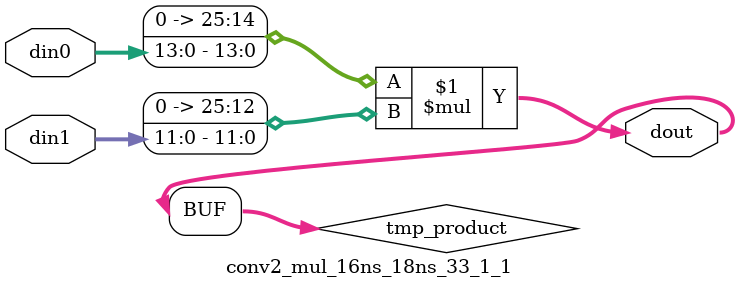
<source format=v>

`timescale 1 ns / 1 ps

 module conv2_mul_16ns_18ns_33_1_1(din0, din1, dout);
parameter ID = 1;
parameter NUM_STAGE = 0;
parameter din0_WIDTH = 14;
parameter din1_WIDTH = 12;
parameter dout_WIDTH = 26;

input [din0_WIDTH - 1 : 0] din0; 
input [din1_WIDTH - 1 : 0] din1; 
output [dout_WIDTH - 1 : 0] dout;

wire signed [dout_WIDTH - 1 : 0] tmp_product;
























assign tmp_product = $signed({1'b0, din0}) * $signed({1'b0, din1});











assign dout = tmp_product;





















endmodule

</source>
